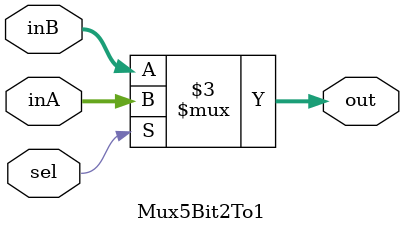
<source format=v>
`timescale 1ns / 1ps


module Mux5Bit2To1(out, inA, inB, sel);

    output reg [4:0] out;
    
    input [4:0] inA; //Option for selection 1
    input [4:0] inB; //Option for selection 0
    input sel;

    /* Fill in the implementation here ... */ 
    always @(*) begin 
        if(sel) begin
            out = inA;
        end
        else begin
            out = inB;
        end
     end
     
endmodule

</source>
